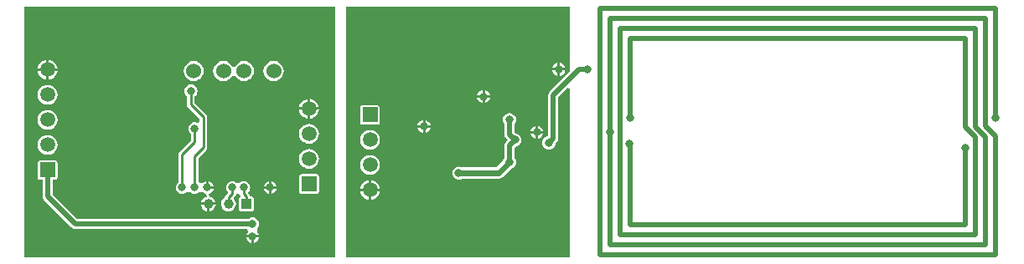
<source format=gbl>
%FSDAX23Y23*%
%MOIN*%
%SFA1B1*%

%IPPOS*%
%ADD28C,0.010000*%
%ADD29C,0.023600*%
%ADD30C,0.020000*%
%ADD31C,0.019700*%
%ADD35R,0.059100X0.059100*%
%ADD36C,0.059100*%
%ADD37C,0.060000*%
%ADD38C,0.031500*%
%ADD39R,0.039400X0.039400*%
%ADD40C,0.039400*%
%ADD41R,0.134000X0.135000*%
%LNde-060718-1*%
%LPD*%
G36*
X03372Y02857D02*
X03290Y02776D01*
X03286Y02769*
X03284Y02762*
Y02597*
X03281Y02597*
X03275Y02594*
X03269Y02590*
X03265Y02585*
X03262Y02578*
X03262Y02572*
X03262Y02565*
X03265Y02559*
X03269Y02553*
X03275Y02549*
X03281Y02546*
X03288Y02546*
X03294Y02546*
X03301Y02549*
X03306Y02553*
X03310Y02559*
X03313Y02565*
X03313Y02568*
X03319Y02574*
X03323Y02581*
X03325Y02589*
Y02753*
X03362Y02790*
X03372Y02787*
Y02113*
X02480*
Y03113*
X03372*
Y02857*
G37*
G36*
X02436Y02113D02*
X01201D01*
Y03113*
X02436*
Y02113*
G37*
%LNde-060718-2*%
%LPC*%
G36*
X03131Y02690D02*
X03124Y02689D01*
X03118Y02686*
X03112Y02682*
X03108Y02677*
X03105Y02670*
X03105Y02664*
X03105Y02657*
X03108Y02651*
X03110Y02648*
Y02605*
X03112Y02597*
X03116Y02590*
X03124Y02583*
X03116Y02575*
X03112Y02568*
X03110Y02561*
Y02509*
X03108Y02507*
X03105Y02500*
Y02500*
X03079Y02473*
X02943*
X02942Y02473*
X02936Y02476*
X02929Y02477*
X02923Y02476*
X02916Y02473*
X02911Y02469*
X02907Y02464*
X02904Y02457*
X02903Y02451*
X02904Y02444*
X02907Y02438*
X02911Y02432*
X02916Y02428*
X02923Y02426*
X02929Y02425*
X02936Y02426*
X02942Y02428*
X02943Y02429*
X03088*
X03096Y02430*
X03103Y02435*
X03137Y02468*
X03137*
X03144Y02471*
X03149Y02475*
X03153Y02481*
X03156Y02487*
X03157Y02494*
X03156Y02500*
X03153Y02507*
X03151Y02509*
Y02552*
X03156Y02557*
X03159Y02558*
X03166Y02560*
X03171Y02564*
X03175Y02570*
X03178Y02576*
X03179Y02583*
X03178Y02589*
X03175Y02596*
X03171Y02601*
X03166Y02605*
X03159Y02608*
X03156Y02608*
X03151Y02613*
Y02648*
X03153Y02651*
X03156Y02657*
X03157Y02664*
X03156Y02670*
X03153Y02677*
X03149Y02682*
X03144Y02686*
X03137Y02689*
X03131Y02690*
G37*
G36*
X02934Y02552D02*
X02913D01*
X02913Y02550*
X02916Y02544*
X02920Y02538*
X02926Y02534*
X02932Y02531*
X02934Y02531*
Y02552*
G37*
G36*
X02576Y02522D02*
X02565Y02521D01*
X02556Y02517*
X02547Y02511*
X02541Y02502*
X02537Y02493*
X02536Y02483*
X02537Y02472*
X02541Y02463*
X02547Y02454*
X02556Y02448*
X02565Y02444*
X02576Y02443*
X02586Y02444*
X02595Y02448*
X02604Y02454*
X02610Y02463*
X02614Y02472*
X02615Y02483*
X02614Y02493*
X02610Y02502*
X02604Y02511*
X02595Y02517*
X02586Y02521*
X02576Y02522*
G37*
G36*
X03265Y02609D02*
X03245D01*
Y02588*
X03246Y02588*
X03253Y02591*
X03258Y02595*
X03262Y02601*
X03265Y02607*
X03265Y02609*
G37*
G36*
X02786Y02632D02*
X02765D01*
X02765Y02630*
X02768Y02624*
X02772Y02618*
X02778Y02614*
X02784Y02611*
X02786Y02611*
Y02632*
G37*
G36*
X02816D02*
X02796D01*
Y02611*
X02797Y02611*
X02804Y02614*
X02809Y02618*
X02813Y02624*
X02816Y02630*
X02816Y02632*
G37*
G36*
X03235Y02609D02*
X03214D01*
X03214Y02607*
X03217Y02601*
X03221Y02595*
X03227Y02591*
X03233Y02588*
X03235Y02588*
Y02609*
G37*
G36*
X03042Y02552D02*
X03022D01*
Y02531*
X03023Y02531*
X03030Y02534*
X03035Y02538*
X03039Y02544*
X03042Y02550*
X03042Y02552*
G37*
G36*
X02576Y02622D02*
X02565Y02621D01*
X02556Y02617*
X02547Y02611*
X02541Y02602*
X02537Y02593*
X02536Y02583*
X02537Y02572*
X02541Y02563*
X02547Y02554*
X02556Y02548*
X02565Y02544*
X02576Y02543*
X02586Y02544*
X02595Y02548*
X02604Y02554*
X02610Y02563*
X02614Y02572*
X02615Y02583*
X02614Y02593*
X02610Y02602*
X02604Y02611*
X02595Y02617*
X02586Y02621*
X02576Y02622*
G37*
G36*
X02571Y02378D02*
X02536D01*
X02537Y02372*
X02541Y02363*
X02547Y02354*
X02556Y02348*
X02565Y02344*
X02571Y02343*
Y02378*
G37*
G36*
X02615D02*
X02581D01*
Y02343*
X02586Y02344*
X02595Y02348*
X02604Y02354*
X02610Y02363*
X02614Y02372*
X02615Y02378*
G37*
G36*
X02581Y02422D02*
Y02388D01*
X02615*
X02614Y02393*
X02610Y02402*
X02604Y02411*
X02595Y02417*
X02586Y02421*
X02581Y02422*
G37*
G36*
X02571D02*
X02565Y02421D01*
X02556Y02417*
X02547Y02411*
X02541Y02402*
X02537Y02393*
X02536Y02388*
X02571*
Y02422*
G37*
G36*
X03033Y02781D02*
Y02761D01*
X03053*
X03053Y02762*
X03050Y02769*
X03046Y02774*
X03041Y02778*
X03034Y02781*
X03033Y02781*
G37*
G36*
X03023Y02751D02*
X03002D01*
X03002Y02749*
X03005Y02743*
X03009Y02737*
X03015Y02733*
X03021Y02730*
X03023Y02730*
Y02751*
G37*
G36*
X03053D02*
X03033D01*
Y02730*
X03034Y02730*
X03041Y02733*
X03046Y02737*
X03050Y02743*
X03053Y02749*
X03053Y02751*
G37*
G36*
X03023Y02781D02*
X03021Y02781D01*
X03015Y02778*
X03009Y02774*
X03005Y02769*
X03002Y02762*
X03002Y02761*
X03023*
Y02781*
G37*
G36*
X03322Y02890D02*
X03320Y02890D01*
X03314Y02887*
X03309Y02883*
X03305Y02878*
X03302Y02871*
X03302Y02870*
X03322*
Y02890*
G37*
G36*
X03332D02*
Y02870D01*
X03352*
X03352Y02871*
X03350Y02878*
X03345Y02883*
X03340Y02887*
X03334Y02890*
X03332Y02890*
G37*
G36*
X03322Y02860D02*
X03302D01*
X03302Y02858*
X03305Y02852*
X03309Y02846*
X03314Y02842*
X03320Y02839*
X03322Y02839*
Y02860*
G37*
G36*
X03352D02*
X03332D01*
Y02839*
X03334Y02839*
X03340Y02842*
X03345Y02846*
X03350Y02852*
X03352Y02858*
X03352Y02860*
G37*
G36*
X03022Y02654D02*
Y02634D01*
X03042*
X03042Y02635*
X03039Y02642*
X03035Y02647*
X03030Y02651*
X03023Y02654*
X03022Y02654*
G37*
G36*
X02786Y02662D02*
X02784Y02662D01*
X02778Y02659*
X02772Y02655*
X02768Y02650*
X02765Y02643*
X02765Y02642*
X02786*
Y02662*
G37*
G36*
X02796D02*
Y02642D01*
X02816*
X02816Y02643*
X02813Y02650*
X02809Y02655*
X02804Y02659*
X02797Y02662*
X02796Y02662*
G37*
G36*
X02934Y02654D02*
X02932Y02654D01*
X02926Y02651*
X02920Y02647*
X02916Y02642*
X02913Y02635*
X02913Y02634*
X02934*
Y02654*
G37*
G36*
X03235Y02639D02*
X03233Y02639D01*
X03227Y02636*
X03221Y02632*
X03217Y02627*
X03214Y02620*
X03214Y02619*
X03235*
Y02639*
G37*
G36*
X03245D02*
Y02619D01*
X03265*
X03265Y02620*
X03262Y02627*
X03258Y02632*
X03253Y02636*
X03246Y02639*
X03245Y02639*
G37*
G36*
X02605Y02722D02*
X02546D01*
X02542Y02721*
X02539Y02719*
X02537Y02716*
X02536Y02712*
Y02653*
X02537Y02649*
X02539Y02646*
X02542Y02644*
X02546Y02643*
X02605*
X02609Y02644*
X02612Y02646*
X02614Y02649*
X02615Y02653*
Y02712*
X02614Y02716*
X02612Y02719*
X02609Y02721*
X02605Y02722*
G37*
G36*
X03012Y02654D02*
X03010Y02654D01*
X03004Y02651*
X02998Y02647*
X02996*
X02991Y02651*
X02984Y02654*
X02983Y02654*
Y02629*
X02973*
Y02654*
X02971Y02654*
X02965Y02651*
X02959Y02647*
X02957*
X02952Y02651*
X02945Y02654*
X02944Y02654*
Y02629*
X02939*
Y02624*
X02913*
X02913Y02622*
X02916Y02616*
X02920Y02611*
X02916Y02606*
X02913Y02599*
X02913Y02598*
X02939*
Y02588*
X02913*
X02913Y02586*
X02916Y02580*
X02920Y02575*
X02916Y02570*
X02913Y02563*
X02913Y02562*
X02939*
Y02557*
X02944*
Y02531*
X02945Y02531*
X02952Y02534*
X02957Y02538*
X02959*
X02965Y02534*
X02971Y02531*
X02973Y02531*
Y02557*
X02983*
Y02531*
X02984Y02531*
X02991Y02534*
X02996Y02538*
X02998*
X03004Y02534*
X03010Y02531*
X03012Y02531*
Y02557*
X03017*
Y02562*
X03042*
X03042Y02563*
X03039Y02570*
X03035Y02575*
Y02575*
X03039Y02581*
X03042Y02587*
X03042Y02589*
X03017*
Y02599*
X03042*
X03042Y02600*
X03039Y02607*
X03036Y02611*
X03039Y02616*
X03042Y02622*
X03042Y02624*
X03017*
Y02629*
X03012*
Y02654*
G37*
G36*
X01294Y02602D02*
X01283Y02601D01*
X01274Y02597*
X01265Y02591*
X01259Y02582*
X01255Y02573*
X01254Y02563*
X01255Y02552*
X01259Y02543*
X01265Y02534*
X01274Y02528*
X01283Y02524*
X01294Y02523*
X01304Y02524*
X01313Y02528*
X01322Y02534*
X01328Y02543*
X01332Y02552*
X01333Y02563*
X01332Y02573*
X01328Y02582*
X01322Y02591*
X01313Y02597*
X01304Y02601*
X01294Y02602*
G37*
G36*
X02334Y02547D02*
X02323Y02546D01*
X02314Y02542*
X02305Y02536*
X02299Y02527*
X02295Y02518*
X02294Y02508*
X02295Y02497*
X02299Y02488*
X02305Y02479*
X02314Y02473*
X02323Y02469*
X02334Y02468*
X02344Y02469*
X02353Y02473*
X02362Y02479*
X02368Y02488*
X02372Y02497*
X02373Y02508*
X02372Y02518*
X02368Y02527*
X02362Y02536*
X02353Y02542*
X02344Y02546*
X02334Y02547*
G37*
G36*
X02184Y02418D02*
Y02398D01*
X02204*
X02204Y02399*
X02201Y02406*
X02197Y02411*
X02192Y02415*
X02185Y02418*
X02184Y02418*
G37*
G36*
X02074Y02419D02*
X02067Y02418D01*
X02061Y02415*
X02055Y02411*
X02047*
X02045Y02412*
X02042Y02415*
X02035Y02418*
X02029Y02419*
X02022Y02418*
X02016Y02415*
X02010Y02411*
X02006Y02406*
X02003Y02399*
X02003Y02393*
X02003Y02386*
X02006Y02380*
X02010Y02374*
X02010Y02371*
X02003Y02363*
X01999Y02358*
X01998Y02353*
X01992Y02349*
X01988Y02343*
X01985Y02335*
X01984Y02328*
X01985Y02320*
X01988Y02313*
X01992Y02306*
X01999Y02302*
X02006Y02299*
X02014Y02298*
X02021Y02299*
X02029Y02302*
X02035Y02306*
X02039Y02313*
X02042Y02320*
X02043Y02328*
X02042Y02335*
X02039Y02343*
X02035Y02349*
X02035Y02352*
X02039Y02357*
X02043Y02362*
X02044Y02368*
X02048Y02371*
X02055Y02369*
X02055Y02368*
X02059Y02366*
X02060Y02357*
X02057Y02354*
X02054Y02351*
X02054Y02347*
Y02308*
X02054Y02304*
X02057Y02301*
X02060Y02298*
X02064Y02298*
X02103*
X02107Y02298*
X02110Y02301*
X02113Y02304*
X02113Y02308*
Y02347*
X02113Y02351*
X02110Y02354*
X02107Y02357*
X02103Y02357*
X02099*
Y02358*
X02098Y02363*
X02094Y02368*
X02092Y02371*
X02092Y02374*
X02096Y02380*
X02099Y02386*
X02100Y02393*
X02099Y02399*
X02096Y02406*
X02092Y02411*
X02087Y02415*
X02080Y02418*
X02074Y02419*
G37*
G36*
X02334Y02647D02*
X02323Y02646D01*
X02314Y02642*
X02305Y02636*
X02299Y02627*
X02295Y02618*
X02294Y02608*
X02295Y02597*
X02299Y02588*
X02305Y02579*
X02314Y02573*
X02323Y02569*
X02334Y02568*
X02344Y02569*
X02353Y02573*
X02362Y02579*
X02368Y02588*
X02372Y02597*
X02373Y02608*
X02372Y02618*
X02368Y02627*
X02362Y02636*
X02353Y02642*
X02344Y02646*
X02334Y02647*
G37*
G36*
X01963Y02323D02*
X01939D01*
Y02298*
X01941Y02299*
X01949Y02302*
X01955Y02306*
X01959Y02313*
X01962Y02320*
X01963Y02323*
G37*
G36*
X01929D02*
X01904D01*
X01905Y02320*
X01908Y02313*
X01912Y02306*
X01919Y02302*
X01926Y02299*
X01929Y02298*
Y02323*
G37*
G36*
X02104Y02193D02*
X02083D01*
X02083Y02191*
X02086Y02185*
X02090Y02179*
X02096Y02175*
X02102Y02172*
X02104Y02172*
Y02193*
G37*
G36*
X02134D02*
X02114D01*
Y02172*
X02115Y02172*
X02122Y02175*
X02127Y02179*
X02131Y02185*
X02134Y02191*
X02134Y02193*
G37*
G36*
X01323Y02502D02*
X01264D01*
X01260Y02501*
X01257Y02499*
X01255Y02496*
X01254Y02492*
Y02433*
X01255Y02429*
X01257Y02426*
X01260Y02424*
X01264Y02423*
X01273*
Y02358*
X01275Y02350*
X01279Y02343*
X01389Y02233*
X01396Y02229*
X01404Y02227*
X02088*
X02091Y02218*
X02091Y02217*
X02091Y02217*
X02090Y02216*
X02086Y02211*
X02083Y02204*
X02083Y02203*
X02134*
X02134Y02204*
X02131Y02211*
X02127Y02216*
X02126Y02217*
X02126Y02217*
Y02228*
X02126Y02229*
X02127Y02229*
X02131Y02235*
X02134Y02241*
X02135Y02248*
X02134Y02254*
X02131Y02261*
X02127Y02266*
X02122Y02270*
X02115Y02273*
X02109Y02274*
X02102Y02273*
X02096Y02270*
X02093Y02268*
X01412*
X01314Y02366*
Y02423*
X01323*
X01327Y02424*
X01330Y02426*
X01332Y02429*
X01333Y02433*
Y02492*
X01332Y02496*
X01330Y02499*
X01327Y02501*
X01323Y02502*
G37*
G36*
X01934Y02418D02*
Y02398D01*
X01954*
X01954Y02399*
X01951Y02406*
X01947Y02411*
X01942Y02415*
X01935Y02418*
X01934Y02418*
G37*
G36*
X02174D02*
X02172Y02418D01*
X02166Y02415*
X02160Y02411*
X02156Y02406*
X02153Y02399*
X02153Y02398*
X02174*
Y02418*
G37*
G36*
Y02388D02*
X02153D01*
X02153Y02386*
X02156Y02380*
X02160Y02374*
X02166Y02370*
X02172Y02367*
X02174Y02367*
Y02388*
G37*
G36*
X02204D02*
X02184D01*
Y02367*
X02185Y02367*
X02192Y02370*
X02197Y02374*
X02201Y02380*
X02204Y02386*
X02204Y02388*
G37*
G36*
X02363Y02447D02*
X02304D01*
X02300Y02446*
X02297Y02444*
X02295Y02441*
X02294Y02437*
Y02378*
X02295Y02374*
X02297Y02371*
X02300Y02369*
X02304Y02368*
X02363*
X02367Y02369*
X02370Y02371*
X02372Y02374*
X02373Y02378*
Y02437*
X02372Y02441*
X02370Y02444*
X02367Y02446*
X02363Y02447*
G37*
G36*
X01874Y02898D02*
X01864Y02897D01*
X01854Y02892*
X01846Y02886*
X01840Y02878*
X01836Y02868*
X01834Y02858*
X01836Y02847*
X01840Y02837*
X01846Y02829*
X01854Y02823*
X01864Y02819*
X01874Y02817*
X01885Y02819*
X01895Y02823*
X01903Y02829*
X01909Y02837*
X01913Y02847*
X01915Y02858*
X01913Y02868*
X01909Y02878*
X01903Y02886*
X01895Y02892*
X01885Y02897*
X01874Y02898*
G37*
G36*
X02193D02*
X02182Y02897D01*
X02172Y02892*
X02164Y02886*
X02158Y02878*
X02154Y02868*
X02152Y02858*
X02154Y02847*
X02158Y02837*
X02164Y02829*
X02172Y02823*
X02182Y02819*
X02193Y02817*
X02203Y02819*
X02213Y02823*
X02221Y02829*
X02228Y02837*
X02232Y02847*
X02233Y02858*
X02232Y02868*
X02228Y02878*
X02221Y02886*
X02213Y02892*
X02203Y02897*
X02193Y02898*
G37*
G36*
X01289Y02858D02*
X01254D01*
X01255Y02852*
X01259Y02843*
X01265Y02834*
X01274Y02828*
X01283Y02824*
X01289Y02823*
Y02858*
G37*
G36*
X01333D02*
X01299D01*
Y02823*
X01304Y02824*
X01313Y02828*
X01322Y02834*
X01328Y02843*
X01332Y02852*
X01333Y02858*
G37*
G36*
X02074Y02898D02*
X02064Y02897D01*
X02054Y02892*
X02046Y02886*
X02040Y02878*
X02039Y02876*
X02028*
X02028Y02878*
X02021Y02886*
X02013Y02892*
X02003Y02897*
X01993Y02898*
X01982Y02897*
X01972Y02892*
X01964Y02886*
X01958Y02878*
X01954Y02868*
X01952Y02858*
X01954Y02847*
X01958Y02837*
X01964Y02829*
X01972Y02823*
X01982Y02819*
X01993Y02817*
X02003Y02819*
X02013Y02823*
X02021Y02829*
X02028Y02837*
X02028Y02839*
X02039*
X02040Y02837*
X02046Y02829*
X02054Y02823*
X02064Y02819*
X02074Y02817*
X02085Y02819*
X02095Y02823*
X02103Y02829*
X02109Y02837*
X02113Y02847*
X02115Y02858*
X02113Y02868*
X02109Y02878*
X02103Y02886*
X02095Y02892*
X02085Y02897*
X02074Y02898*
G37*
G36*
X01299Y02902D02*
Y02868D01*
X01333*
X01332Y02873*
X01328Y02882*
X01322Y02891*
X01313Y02897*
X01304Y02901*
X01299Y02902*
G37*
G36*
X01289D02*
X01283Y02901D01*
X01274Y02897*
X01265Y02891*
X01259Y02882*
X01255Y02873*
X01254Y02868*
X01289*
Y02902*
G37*
G36*
X01294Y02702D02*
X01283Y02701D01*
X01274Y02697*
X01265Y02691*
X01259Y02682*
X01255Y02673*
X01254Y02663*
X01255Y02652*
X01259Y02643*
X01265Y02634*
X01274Y02628*
X01283Y02624*
X01294Y02623*
X01304Y02624*
X01313Y02628*
X01322Y02634*
X01328Y02643*
X01332Y02652*
X01333Y02663*
X01332Y02673*
X01328Y02682*
X01322Y02691*
X01313Y02697*
X01304Y02701*
X01294Y02702*
G37*
G36*
X02329Y02747D02*
X02323Y02746D01*
X02314Y02742*
X02305Y02736*
X02299Y02727*
X02295Y02718*
X02294Y02713*
X02329*
Y02747*
G37*
G36*
X02339D02*
Y02713D01*
X02373*
X02372Y02718*
X02368Y02727*
X02362Y02736*
X02353Y02742*
X02344Y02746*
X02339Y02747*
G37*
G36*
X01294Y02802D02*
X01283Y02801D01*
X01274Y02797*
X01265Y02791*
X01259Y02782*
X01255Y02773*
X01254Y02763*
X01255Y02752*
X01259Y02743*
X01265Y02734*
X01274Y02728*
X01283Y02724*
X01294Y02723*
X01304Y02724*
X01313Y02728*
X01322Y02734*
X01328Y02743*
X01332Y02752*
X01333Y02763*
X01332Y02773*
X01328Y02782*
X01322Y02791*
X01313Y02797*
X01304Y02801*
X01294Y02802*
G37*
G36*
X02373Y02703D02*
X02339D01*
Y02668*
X02344Y02669*
X02353Y02673*
X02362Y02679*
X02368Y02688*
X02372Y02697*
X02373Y02703*
G37*
G36*
X01864Y02804D02*
X01857Y02803D01*
X01851Y02800*
X01845Y02796*
X01841Y02791*
X01838Y02784*
X01838Y02778*
X01838Y02771*
X01841Y02765*
X01845Y02759*
X01848Y02757*
Y02723*
X01849Y02717*
X01853Y02712*
X01898Y02666*
Y02657*
X01896Y02655*
X01888Y02651*
X01885Y02653*
X01879Y02654*
X01872Y02653*
X01866Y02650*
X01860Y02646*
X01856Y02641*
X01853Y02634*
X01853Y02628*
X01853Y02621*
X01856Y02615*
X01860Y02609*
X01863Y02607*
Y02579*
X01818Y02533*
X01814Y02528*
X01813Y02523*
Y02413*
X01810Y02411*
X01806Y02406*
X01803Y02399*
X01803Y02393*
X01803Y02386*
X01806Y02380*
X01810Y02374*
X01816Y02370*
X01822Y02367*
X01829Y02367*
X01835Y02367*
X01842Y02370*
X01847Y02374*
X01848Y02375*
X01848Y02375*
X01859*
X01860Y02375*
X01860Y02374*
X01866Y02370*
X01872Y02367*
X01879Y02367*
X01885Y02367*
X01892Y02370*
X01897Y02374*
X01898Y02375*
X01898Y02375*
X01909*
X01910Y02375*
X01910Y02374*
X01916Y02370*
X01922Y02367*
X01924Y02367*
X01924*
X01926Y02357*
X01926Y02356*
X01924Y02356*
X01919Y02353*
X01912Y02349*
X01908Y02343*
X01905Y02335*
X01904Y02333*
X01934*
X01963*
X01962Y02335*
X01959Y02343*
X01955Y02349*
X01949Y02353*
X01941Y02356*
X01938Y02357*
X01937Y02357*
X01935Y02367*
X01935Y02367*
X01938Y02369*
X01942Y02370*
X01947Y02374*
X01951Y02380*
X01954Y02386*
X01954Y02388*
X01929*
Y02393*
X01924*
Y02418*
X01922Y02418*
X01916Y02415*
X01910Y02411*
X01900Y02412*
X01894Y02418*
Y02511*
X01924Y02542*
X01928Y02547*
X01929Y02553*
Y02673*
X01928Y02678*
X01924Y02683*
X01879Y02729*
Y02757*
X01882Y02759*
X01886Y02765*
X01889Y02771*
X01890Y02778*
X01889Y02784*
X01886Y02791*
X01882Y02796*
X01877Y02800*
X01870Y02803*
X01864Y02804*
G37*
G36*
X02329Y02703D02*
X02294D01*
X02295Y02697*
X02299Y02688*
X02305Y02679*
X02314Y02673*
X02323Y02669*
X02329Y02668*
Y02703*
G37*
%LNde-060718-3*%
%LPD*%
G54D28*
X02014Y02328D02*
Y02353D01*
X02029Y02368*
Y02393*
X02084Y02328D02*
Y02358D01*
X02074Y02368D02*
X02084Y02358D01*
X02074Y02368D02*
Y02393D01*
X01829D02*
Y02523D01*
X01879Y02573*
Y02628*
X01864Y02723D02*
Y02778D01*
X01879Y02393D02*
Y02518D01*
X01914Y02553*
Y02673*
X01864Y02723D02*
X01914Y02673D01*
G54D29*
X02929Y02451D02*
X03088D01*
X03131Y02494*
G54D30*
X03131Y02605D02*
Y02664D01*
Y02605D02*
X03152Y02584D01*
X03131Y02561D02*
X03153Y02583D01*
X03305Y02762D02*
X03407Y02864D01*
X03305Y02589D02*
Y02762D01*
X03288Y02572D02*
X03305Y02589D01*
X03407Y02864D02*
X03440D01*
X01404Y02248D02*
X02109D01*
X01294Y02358D02*
X01404Y02248D01*
X01294Y02358D02*
Y02463D01*
X03131Y02494D02*
Y02561D01*
G54D31*
X03610Y02243D02*
Y02568D01*
X03530Y02615D02*
Y03067D01*
Y02164D02*
Y02615D01*
X05064Y02672D02*
Y03108D01*
X04944Y02634D02*
X04984Y02594D01*
X04944Y02634D02*
Y02987D01*
X05024Y02164D02*
Y02595D01*
X04984Y02635D02*
X05024Y02595D01*
X04984Y02203D02*
Y02594D01*
X04944Y02243D02*
Y02552D01*
X05024Y02637D02*
X05064Y02597D01*
X03610Y02672D02*
Y02987D01*
X04984Y02635D02*
Y03027D01*
X05024Y02637D02*
Y03067D01*
X05064Y02124D02*
Y02597D01*
X03610Y02243D02*
X04944D01*
X03570Y02203D02*
X04984D01*
X03610Y02987D02*
X04944D01*
X03570Y03027D02*
X04984D01*
X03570Y02204D02*
Y03027D01*
X03530Y03067D02*
X05024D01*
X03530Y02164D02*
X05024D01*
X03490Y02124D02*
X05064D01*
X03490D02*
Y03108D01*
X05064*
G54D35*
X02334Y02408D03*
X02576Y02683D03*
X01294Y02463D03*
G54D36*
X02334Y02508D03*
Y02608D03*
Y02708D03*
X02576Y02583D03*
Y02483D03*
Y02383D03*
X01294Y02563D03*
Y02663D03*
Y02763D03*
Y02863D03*
G54D37*
X02074Y02858D03*
X02193D03*
X01993D03*
X01874D03*
G54D38*
X02978Y02629D03*
Y02557D03*
Y02594D03*
X03017Y02629D03*
Y02557D03*
X02939Y02629D03*
Y02557D03*
X03017Y02594D03*
X02939Y02593D03*
X03153Y02583D03*
X03131Y02664D03*
X03327Y02865D03*
X02929Y02451D03*
X03610Y02672D03*
X03609Y02568D03*
X03530Y02615D03*
X04944Y02552D03*
X05064Y02672D03*
X02029Y02393D03*
X02074D03*
X01879D03*
X01829D03*
X01879Y02628D03*
X01864Y02778D03*
X02109Y02248D03*
X01929Y02393D03*
X02179D03*
X02109Y02198D03*
X02791Y02637D03*
X03131Y02494D03*
X03440Y02864D03*
X03028Y02756D03*
X03240Y02614D03*
X03288Y02572D03*
G54D39*
X02084Y02328D03*
G54D40*
X02014Y02328D03*
X01934D03*
G54D41*
X02980Y02594D03*
M02*
</source>
